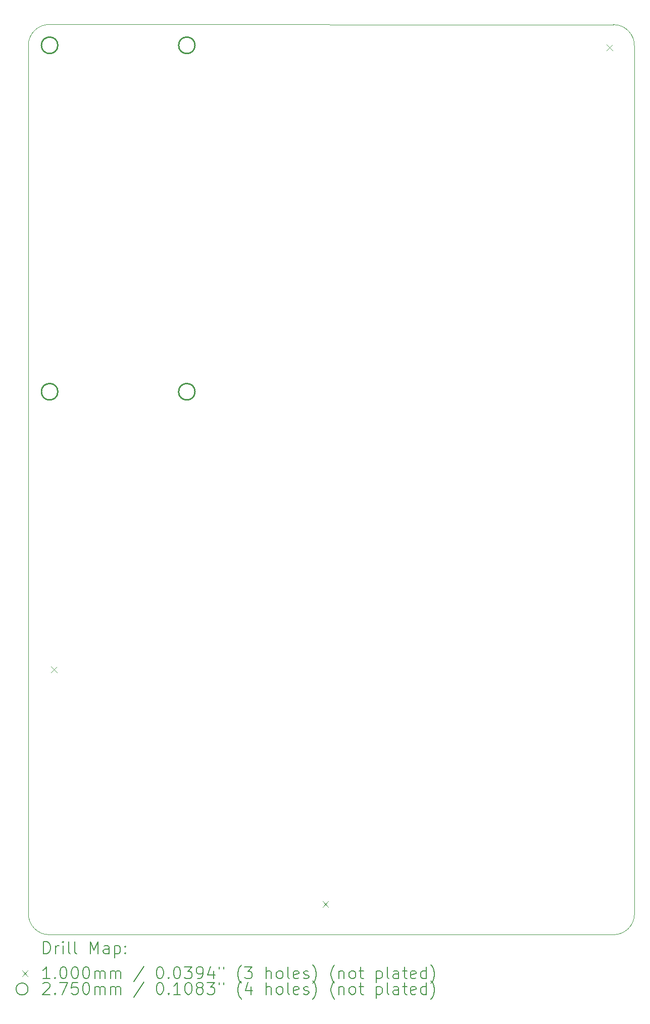
<source format=gbr>
%TF.GenerationSoftware,KiCad,Pcbnew,7.0.7*%
%TF.CreationDate,2023-09-07T11:23:37-07:00*%
%TF.ProjectId,bivariate-bivalve,62697661-7269-4617-9465-2d626976616c,rev?*%
%TF.SameCoordinates,Original*%
%TF.FileFunction,Drillmap*%
%TF.FilePolarity,Positive*%
%FSLAX45Y45*%
G04 Gerber Fmt 4.5, Leading zero omitted, Abs format (unit mm)*
G04 Created by KiCad (PCBNEW 7.0.7) date 2023-09-07 11:23:37*
%MOMM*%
%LPD*%
G01*
G04 APERTURE LIST*
%ADD10C,0.100000*%
%ADD11C,0.200000*%
%ADD12C,0.275000*%
G04 APERTURE END LIST*
D10*
X5000000Y-3597000D02*
X5001320Y-18120014D01*
X14810000Y-3248000D02*
X5365986Y-3246320D01*
X15160680Y-3613986D02*
X15162000Y-18135000D01*
X5352000Y-18486000D02*
X14796014Y-18485680D01*
X5001320Y-18120014D02*
G75*
G03*
X5352000Y-18486000I350680J-14986D01*
G01*
X14796014Y-18485680D02*
G75*
G03*
X15162000Y-18135000I14986J350680D01*
G01*
X15160680Y-3613986D02*
G75*
G03*
X14810000Y-3248000I-350680J14986D01*
G01*
X5365986Y-3246320D02*
G75*
G03*
X5000000Y-3597000I-14986J-350680D01*
G01*
D11*
D10*
X5379000Y-13997000D02*
X5479000Y-14097000D01*
X5479000Y-13997000D02*
X5379000Y-14097000D01*
X9932000Y-17927000D02*
X10032000Y-18027000D01*
X10032000Y-17927000D02*
X9932000Y-18027000D01*
X14696000Y-3584000D02*
X14796000Y-3684000D01*
X14796000Y-3584000D02*
X14696000Y-3684000D01*
D12*
X5494500Y-3594500D02*
G75*
G03*
X5494500Y-3594500I-137500J0D01*
G01*
X5494500Y-9394500D02*
G75*
G03*
X5494500Y-9394500I-137500J0D01*
G01*
X7794500Y-3594500D02*
G75*
G03*
X7794500Y-3594500I-137500J0D01*
G01*
X7794500Y-9394500D02*
G75*
G03*
X7794500Y-9394500I-137500J0D01*
G01*
D11*
X5255777Y-18802484D02*
X5255777Y-18602484D01*
X5255777Y-18602484D02*
X5303396Y-18602484D01*
X5303396Y-18602484D02*
X5331967Y-18612008D01*
X5331967Y-18612008D02*
X5351015Y-18631055D01*
X5351015Y-18631055D02*
X5360539Y-18650103D01*
X5360539Y-18650103D02*
X5370063Y-18688198D01*
X5370063Y-18688198D02*
X5370063Y-18716770D01*
X5370063Y-18716770D02*
X5360539Y-18754865D01*
X5360539Y-18754865D02*
X5351015Y-18773912D01*
X5351015Y-18773912D02*
X5331967Y-18792960D01*
X5331967Y-18792960D02*
X5303396Y-18802484D01*
X5303396Y-18802484D02*
X5255777Y-18802484D01*
X5455777Y-18802484D02*
X5455777Y-18669150D01*
X5455777Y-18707246D02*
X5465301Y-18688198D01*
X5465301Y-18688198D02*
X5474824Y-18678674D01*
X5474824Y-18678674D02*
X5493872Y-18669150D01*
X5493872Y-18669150D02*
X5512920Y-18669150D01*
X5579586Y-18802484D02*
X5579586Y-18669150D01*
X5579586Y-18602484D02*
X5570063Y-18612008D01*
X5570063Y-18612008D02*
X5579586Y-18621531D01*
X5579586Y-18621531D02*
X5589110Y-18612008D01*
X5589110Y-18612008D02*
X5579586Y-18602484D01*
X5579586Y-18602484D02*
X5579586Y-18621531D01*
X5703396Y-18802484D02*
X5684348Y-18792960D01*
X5684348Y-18792960D02*
X5674824Y-18773912D01*
X5674824Y-18773912D02*
X5674824Y-18602484D01*
X5808158Y-18802484D02*
X5789110Y-18792960D01*
X5789110Y-18792960D02*
X5779586Y-18773912D01*
X5779586Y-18773912D02*
X5779586Y-18602484D01*
X6036729Y-18802484D02*
X6036729Y-18602484D01*
X6036729Y-18602484D02*
X6103396Y-18745341D01*
X6103396Y-18745341D02*
X6170062Y-18602484D01*
X6170062Y-18602484D02*
X6170062Y-18802484D01*
X6351015Y-18802484D02*
X6351015Y-18697722D01*
X6351015Y-18697722D02*
X6341491Y-18678674D01*
X6341491Y-18678674D02*
X6322443Y-18669150D01*
X6322443Y-18669150D02*
X6284348Y-18669150D01*
X6284348Y-18669150D02*
X6265301Y-18678674D01*
X6351015Y-18792960D02*
X6331967Y-18802484D01*
X6331967Y-18802484D02*
X6284348Y-18802484D01*
X6284348Y-18802484D02*
X6265301Y-18792960D01*
X6265301Y-18792960D02*
X6255777Y-18773912D01*
X6255777Y-18773912D02*
X6255777Y-18754865D01*
X6255777Y-18754865D02*
X6265301Y-18735817D01*
X6265301Y-18735817D02*
X6284348Y-18726293D01*
X6284348Y-18726293D02*
X6331967Y-18726293D01*
X6331967Y-18726293D02*
X6351015Y-18716770D01*
X6446253Y-18669150D02*
X6446253Y-18869150D01*
X6446253Y-18678674D02*
X6465301Y-18669150D01*
X6465301Y-18669150D02*
X6503396Y-18669150D01*
X6503396Y-18669150D02*
X6522443Y-18678674D01*
X6522443Y-18678674D02*
X6531967Y-18688198D01*
X6531967Y-18688198D02*
X6541491Y-18707246D01*
X6541491Y-18707246D02*
X6541491Y-18764389D01*
X6541491Y-18764389D02*
X6531967Y-18783436D01*
X6531967Y-18783436D02*
X6522443Y-18792960D01*
X6522443Y-18792960D02*
X6503396Y-18802484D01*
X6503396Y-18802484D02*
X6465301Y-18802484D01*
X6465301Y-18802484D02*
X6446253Y-18792960D01*
X6627205Y-18783436D02*
X6636729Y-18792960D01*
X6636729Y-18792960D02*
X6627205Y-18802484D01*
X6627205Y-18802484D02*
X6617682Y-18792960D01*
X6617682Y-18792960D02*
X6627205Y-18783436D01*
X6627205Y-18783436D02*
X6627205Y-18802484D01*
X6627205Y-18678674D02*
X6636729Y-18688198D01*
X6636729Y-18688198D02*
X6627205Y-18697722D01*
X6627205Y-18697722D02*
X6617682Y-18688198D01*
X6617682Y-18688198D02*
X6627205Y-18678674D01*
X6627205Y-18678674D02*
X6627205Y-18697722D01*
D10*
X4895000Y-19081000D02*
X4995000Y-19181000D01*
X4995000Y-19081000D02*
X4895000Y-19181000D01*
D11*
X5360539Y-19222484D02*
X5246253Y-19222484D01*
X5303396Y-19222484D02*
X5303396Y-19022484D01*
X5303396Y-19022484D02*
X5284348Y-19051055D01*
X5284348Y-19051055D02*
X5265301Y-19070103D01*
X5265301Y-19070103D02*
X5246253Y-19079627D01*
X5446253Y-19203436D02*
X5455777Y-19212960D01*
X5455777Y-19212960D02*
X5446253Y-19222484D01*
X5446253Y-19222484D02*
X5436729Y-19212960D01*
X5436729Y-19212960D02*
X5446253Y-19203436D01*
X5446253Y-19203436D02*
X5446253Y-19222484D01*
X5579586Y-19022484D02*
X5598634Y-19022484D01*
X5598634Y-19022484D02*
X5617682Y-19032008D01*
X5617682Y-19032008D02*
X5627205Y-19041531D01*
X5627205Y-19041531D02*
X5636729Y-19060579D01*
X5636729Y-19060579D02*
X5646253Y-19098674D01*
X5646253Y-19098674D02*
X5646253Y-19146293D01*
X5646253Y-19146293D02*
X5636729Y-19184389D01*
X5636729Y-19184389D02*
X5627205Y-19203436D01*
X5627205Y-19203436D02*
X5617682Y-19212960D01*
X5617682Y-19212960D02*
X5598634Y-19222484D01*
X5598634Y-19222484D02*
X5579586Y-19222484D01*
X5579586Y-19222484D02*
X5560539Y-19212960D01*
X5560539Y-19212960D02*
X5551015Y-19203436D01*
X5551015Y-19203436D02*
X5541491Y-19184389D01*
X5541491Y-19184389D02*
X5531967Y-19146293D01*
X5531967Y-19146293D02*
X5531967Y-19098674D01*
X5531967Y-19098674D02*
X5541491Y-19060579D01*
X5541491Y-19060579D02*
X5551015Y-19041531D01*
X5551015Y-19041531D02*
X5560539Y-19032008D01*
X5560539Y-19032008D02*
X5579586Y-19022484D01*
X5770062Y-19022484D02*
X5789110Y-19022484D01*
X5789110Y-19022484D02*
X5808158Y-19032008D01*
X5808158Y-19032008D02*
X5817682Y-19041531D01*
X5817682Y-19041531D02*
X5827205Y-19060579D01*
X5827205Y-19060579D02*
X5836729Y-19098674D01*
X5836729Y-19098674D02*
X5836729Y-19146293D01*
X5836729Y-19146293D02*
X5827205Y-19184389D01*
X5827205Y-19184389D02*
X5817682Y-19203436D01*
X5817682Y-19203436D02*
X5808158Y-19212960D01*
X5808158Y-19212960D02*
X5789110Y-19222484D01*
X5789110Y-19222484D02*
X5770062Y-19222484D01*
X5770062Y-19222484D02*
X5751015Y-19212960D01*
X5751015Y-19212960D02*
X5741491Y-19203436D01*
X5741491Y-19203436D02*
X5731967Y-19184389D01*
X5731967Y-19184389D02*
X5722443Y-19146293D01*
X5722443Y-19146293D02*
X5722443Y-19098674D01*
X5722443Y-19098674D02*
X5731967Y-19060579D01*
X5731967Y-19060579D02*
X5741491Y-19041531D01*
X5741491Y-19041531D02*
X5751015Y-19032008D01*
X5751015Y-19032008D02*
X5770062Y-19022484D01*
X5960539Y-19022484D02*
X5979586Y-19022484D01*
X5979586Y-19022484D02*
X5998634Y-19032008D01*
X5998634Y-19032008D02*
X6008158Y-19041531D01*
X6008158Y-19041531D02*
X6017682Y-19060579D01*
X6017682Y-19060579D02*
X6027205Y-19098674D01*
X6027205Y-19098674D02*
X6027205Y-19146293D01*
X6027205Y-19146293D02*
X6017682Y-19184389D01*
X6017682Y-19184389D02*
X6008158Y-19203436D01*
X6008158Y-19203436D02*
X5998634Y-19212960D01*
X5998634Y-19212960D02*
X5979586Y-19222484D01*
X5979586Y-19222484D02*
X5960539Y-19222484D01*
X5960539Y-19222484D02*
X5941491Y-19212960D01*
X5941491Y-19212960D02*
X5931967Y-19203436D01*
X5931967Y-19203436D02*
X5922443Y-19184389D01*
X5922443Y-19184389D02*
X5912920Y-19146293D01*
X5912920Y-19146293D02*
X5912920Y-19098674D01*
X5912920Y-19098674D02*
X5922443Y-19060579D01*
X5922443Y-19060579D02*
X5931967Y-19041531D01*
X5931967Y-19041531D02*
X5941491Y-19032008D01*
X5941491Y-19032008D02*
X5960539Y-19022484D01*
X6112920Y-19222484D02*
X6112920Y-19089150D01*
X6112920Y-19108198D02*
X6122443Y-19098674D01*
X6122443Y-19098674D02*
X6141491Y-19089150D01*
X6141491Y-19089150D02*
X6170063Y-19089150D01*
X6170063Y-19089150D02*
X6189110Y-19098674D01*
X6189110Y-19098674D02*
X6198634Y-19117722D01*
X6198634Y-19117722D02*
X6198634Y-19222484D01*
X6198634Y-19117722D02*
X6208158Y-19098674D01*
X6208158Y-19098674D02*
X6227205Y-19089150D01*
X6227205Y-19089150D02*
X6255777Y-19089150D01*
X6255777Y-19089150D02*
X6274824Y-19098674D01*
X6274824Y-19098674D02*
X6284348Y-19117722D01*
X6284348Y-19117722D02*
X6284348Y-19222484D01*
X6379586Y-19222484D02*
X6379586Y-19089150D01*
X6379586Y-19108198D02*
X6389110Y-19098674D01*
X6389110Y-19098674D02*
X6408158Y-19089150D01*
X6408158Y-19089150D02*
X6436729Y-19089150D01*
X6436729Y-19089150D02*
X6455777Y-19098674D01*
X6455777Y-19098674D02*
X6465301Y-19117722D01*
X6465301Y-19117722D02*
X6465301Y-19222484D01*
X6465301Y-19117722D02*
X6474824Y-19098674D01*
X6474824Y-19098674D02*
X6493872Y-19089150D01*
X6493872Y-19089150D02*
X6522443Y-19089150D01*
X6522443Y-19089150D02*
X6541491Y-19098674D01*
X6541491Y-19098674D02*
X6551015Y-19117722D01*
X6551015Y-19117722D02*
X6551015Y-19222484D01*
X6941491Y-19012960D02*
X6770063Y-19270103D01*
X7198634Y-19022484D02*
X7217682Y-19022484D01*
X7217682Y-19022484D02*
X7236729Y-19032008D01*
X7236729Y-19032008D02*
X7246253Y-19041531D01*
X7246253Y-19041531D02*
X7255777Y-19060579D01*
X7255777Y-19060579D02*
X7265301Y-19098674D01*
X7265301Y-19098674D02*
X7265301Y-19146293D01*
X7265301Y-19146293D02*
X7255777Y-19184389D01*
X7255777Y-19184389D02*
X7246253Y-19203436D01*
X7246253Y-19203436D02*
X7236729Y-19212960D01*
X7236729Y-19212960D02*
X7217682Y-19222484D01*
X7217682Y-19222484D02*
X7198634Y-19222484D01*
X7198634Y-19222484D02*
X7179586Y-19212960D01*
X7179586Y-19212960D02*
X7170063Y-19203436D01*
X7170063Y-19203436D02*
X7160539Y-19184389D01*
X7160539Y-19184389D02*
X7151015Y-19146293D01*
X7151015Y-19146293D02*
X7151015Y-19098674D01*
X7151015Y-19098674D02*
X7160539Y-19060579D01*
X7160539Y-19060579D02*
X7170063Y-19041531D01*
X7170063Y-19041531D02*
X7179586Y-19032008D01*
X7179586Y-19032008D02*
X7198634Y-19022484D01*
X7351015Y-19203436D02*
X7360539Y-19212960D01*
X7360539Y-19212960D02*
X7351015Y-19222484D01*
X7351015Y-19222484D02*
X7341491Y-19212960D01*
X7341491Y-19212960D02*
X7351015Y-19203436D01*
X7351015Y-19203436D02*
X7351015Y-19222484D01*
X7484348Y-19022484D02*
X7503396Y-19022484D01*
X7503396Y-19022484D02*
X7522444Y-19032008D01*
X7522444Y-19032008D02*
X7531967Y-19041531D01*
X7531967Y-19041531D02*
X7541491Y-19060579D01*
X7541491Y-19060579D02*
X7551015Y-19098674D01*
X7551015Y-19098674D02*
X7551015Y-19146293D01*
X7551015Y-19146293D02*
X7541491Y-19184389D01*
X7541491Y-19184389D02*
X7531967Y-19203436D01*
X7531967Y-19203436D02*
X7522444Y-19212960D01*
X7522444Y-19212960D02*
X7503396Y-19222484D01*
X7503396Y-19222484D02*
X7484348Y-19222484D01*
X7484348Y-19222484D02*
X7465301Y-19212960D01*
X7465301Y-19212960D02*
X7455777Y-19203436D01*
X7455777Y-19203436D02*
X7446253Y-19184389D01*
X7446253Y-19184389D02*
X7436729Y-19146293D01*
X7436729Y-19146293D02*
X7436729Y-19098674D01*
X7436729Y-19098674D02*
X7446253Y-19060579D01*
X7446253Y-19060579D02*
X7455777Y-19041531D01*
X7455777Y-19041531D02*
X7465301Y-19032008D01*
X7465301Y-19032008D02*
X7484348Y-19022484D01*
X7617682Y-19022484D02*
X7741491Y-19022484D01*
X7741491Y-19022484D02*
X7674825Y-19098674D01*
X7674825Y-19098674D02*
X7703396Y-19098674D01*
X7703396Y-19098674D02*
X7722444Y-19108198D01*
X7722444Y-19108198D02*
X7731967Y-19117722D01*
X7731967Y-19117722D02*
X7741491Y-19136770D01*
X7741491Y-19136770D02*
X7741491Y-19184389D01*
X7741491Y-19184389D02*
X7731967Y-19203436D01*
X7731967Y-19203436D02*
X7722444Y-19212960D01*
X7722444Y-19212960D02*
X7703396Y-19222484D01*
X7703396Y-19222484D02*
X7646253Y-19222484D01*
X7646253Y-19222484D02*
X7627206Y-19212960D01*
X7627206Y-19212960D02*
X7617682Y-19203436D01*
X7836729Y-19222484D02*
X7874825Y-19222484D01*
X7874825Y-19222484D02*
X7893872Y-19212960D01*
X7893872Y-19212960D02*
X7903396Y-19203436D01*
X7903396Y-19203436D02*
X7922444Y-19174865D01*
X7922444Y-19174865D02*
X7931967Y-19136770D01*
X7931967Y-19136770D02*
X7931967Y-19060579D01*
X7931967Y-19060579D02*
X7922444Y-19041531D01*
X7922444Y-19041531D02*
X7912920Y-19032008D01*
X7912920Y-19032008D02*
X7893872Y-19022484D01*
X7893872Y-19022484D02*
X7855777Y-19022484D01*
X7855777Y-19022484D02*
X7836729Y-19032008D01*
X7836729Y-19032008D02*
X7827206Y-19041531D01*
X7827206Y-19041531D02*
X7817682Y-19060579D01*
X7817682Y-19060579D02*
X7817682Y-19108198D01*
X7817682Y-19108198D02*
X7827206Y-19127246D01*
X7827206Y-19127246D02*
X7836729Y-19136770D01*
X7836729Y-19136770D02*
X7855777Y-19146293D01*
X7855777Y-19146293D02*
X7893872Y-19146293D01*
X7893872Y-19146293D02*
X7912920Y-19136770D01*
X7912920Y-19136770D02*
X7922444Y-19127246D01*
X7922444Y-19127246D02*
X7931967Y-19108198D01*
X8103396Y-19089150D02*
X8103396Y-19222484D01*
X8055777Y-19012960D02*
X8008158Y-19155817D01*
X8008158Y-19155817D02*
X8131967Y-19155817D01*
X8198634Y-19022484D02*
X8198634Y-19060579D01*
X8274825Y-19022484D02*
X8274825Y-19060579D01*
X8570063Y-19298674D02*
X8560539Y-19289150D01*
X8560539Y-19289150D02*
X8541491Y-19260579D01*
X8541491Y-19260579D02*
X8531968Y-19241531D01*
X8531968Y-19241531D02*
X8522444Y-19212960D01*
X8522444Y-19212960D02*
X8512920Y-19165341D01*
X8512920Y-19165341D02*
X8512920Y-19127246D01*
X8512920Y-19127246D02*
X8522444Y-19079627D01*
X8522444Y-19079627D02*
X8531968Y-19051055D01*
X8531968Y-19051055D02*
X8541491Y-19032008D01*
X8541491Y-19032008D02*
X8560539Y-19003436D01*
X8560539Y-19003436D02*
X8570063Y-18993912D01*
X8627206Y-19022484D02*
X8751015Y-19022484D01*
X8751015Y-19022484D02*
X8684349Y-19098674D01*
X8684349Y-19098674D02*
X8712920Y-19098674D01*
X8712920Y-19098674D02*
X8731968Y-19108198D01*
X8731968Y-19108198D02*
X8741491Y-19117722D01*
X8741491Y-19117722D02*
X8751015Y-19136770D01*
X8751015Y-19136770D02*
X8751015Y-19184389D01*
X8751015Y-19184389D02*
X8741491Y-19203436D01*
X8741491Y-19203436D02*
X8731968Y-19212960D01*
X8731968Y-19212960D02*
X8712920Y-19222484D01*
X8712920Y-19222484D02*
X8655777Y-19222484D01*
X8655777Y-19222484D02*
X8636730Y-19212960D01*
X8636730Y-19212960D02*
X8627206Y-19203436D01*
X8989111Y-19222484D02*
X8989111Y-19022484D01*
X9074825Y-19222484D02*
X9074825Y-19117722D01*
X9074825Y-19117722D02*
X9065301Y-19098674D01*
X9065301Y-19098674D02*
X9046253Y-19089150D01*
X9046253Y-19089150D02*
X9017682Y-19089150D01*
X9017682Y-19089150D02*
X8998634Y-19098674D01*
X8998634Y-19098674D02*
X8989111Y-19108198D01*
X9198634Y-19222484D02*
X9179587Y-19212960D01*
X9179587Y-19212960D02*
X9170063Y-19203436D01*
X9170063Y-19203436D02*
X9160539Y-19184389D01*
X9160539Y-19184389D02*
X9160539Y-19127246D01*
X9160539Y-19127246D02*
X9170063Y-19108198D01*
X9170063Y-19108198D02*
X9179587Y-19098674D01*
X9179587Y-19098674D02*
X9198634Y-19089150D01*
X9198634Y-19089150D02*
X9227206Y-19089150D01*
X9227206Y-19089150D02*
X9246253Y-19098674D01*
X9246253Y-19098674D02*
X9255777Y-19108198D01*
X9255777Y-19108198D02*
X9265301Y-19127246D01*
X9265301Y-19127246D02*
X9265301Y-19184389D01*
X9265301Y-19184389D02*
X9255777Y-19203436D01*
X9255777Y-19203436D02*
X9246253Y-19212960D01*
X9246253Y-19212960D02*
X9227206Y-19222484D01*
X9227206Y-19222484D02*
X9198634Y-19222484D01*
X9379587Y-19222484D02*
X9360539Y-19212960D01*
X9360539Y-19212960D02*
X9351015Y-19193912D01*
X9351015Y-19193912D02*
X9351015Y-19022484D01*
X9531968Y-19212960D02*
X9512920Y-19222484D01*
X9512920Y-19222484D02*
X9474825Y-19222484D01*
X9474825Y-19222484D02*
X9455777Y-19212960D01*
X9455777Y-19212960D02*
X9446253Y-19193912D01*
X9446253Y-19193912D02*
X9446253Y-19117722D01*
X9446253Y-19117722D02*
X9455777Y-19098674D01*
X9455777Y-19098674D02*
X9474825Y-19089150D01*
X9474825Y-19089150D02*
X9512920Y-19089150D01*
X9512920Y-19089150D02*
X9531968Y-19098674D01*
X9531968Y-19098674D02*
X9541492Y-19117722D01*
X9541492Y-19117722D02*
X9541492Y-19136770D01*
X9541492Y-19136770D02*
X9446253Y-19155817D01*
X9617682Y-19212960D02*
X9636730Y-19222484D01*
X9636730Y-19222484D02*
X9674825Y-19222484D01*
X9674825Y-19222484D02*
X9693873Y-19212960D01*
X9693873Y-19212960D02*
X9703396Y-19193912D01*
X9703396Y-19193912D02*
X9703396Y-19184389D01*
X9703396Y-19184389D02*
X9693873Y-19165341D01*
X9693873Y-19165341D02*
X9674825Y-19155817D01*
X9674825Y-19155817D02*
X9646253Y-19155817D01*
X9646253Y-19155817D02*
X9627206Y-19146293D01*
X9627206Y-19146293D02*
X9617682Y-19127246D01*
X9617682Y-19127246D02*
X9617682Y-19117722D01*
X9617682Y-19117722D02*
X9627206Y-19098674D01*
X9627206Y-19098674D02*
X9646253Y-19089150D01*
X9646253Y-19089150D02*
X9674825Y-19089150D01*
X9674825Y-19089150D02*
X9693873Y-19098674D01*
X9770063Y-19298674D02*
X9779587Y-19289150D01*
X9779587Y-19289150D02*
X9798634Y-19260579D01*
X9798634Y-19260579D02*
X9808158Y-19241531D01*
X9808158Y-19241531D02*
X9817682Y-19212960D01*
X9817682Y-19212960D02*
X9827206Y-19165341D01*
X9827206Y-19165341D02*
X9827206Y-19127246D01*
X9827206Y-19127246D02*
X9817682Y-19079627D01*
X9817682Y-19079627D02*
X9808158Y-19051055D01*
X9808158Y-19051055D02*
X9798634Y-19032008D01*
X9798634Y-19032008D02*
X9779587Y-19003436D01*
X9779587Y-19003436D02*
X9770063Y-18993912D01*
X10131968Y-19298674D02*
X10122444Y-19289150D01*
X10122444Y-19289150D02*
X10103396Y-19260579D01*
X10103396Y-19260579D02*
X10093873Y-19241531D01*
X10093873Y-19241531D02*
X10084349Y-19212960D01*
X10084349Y-19212960D02*
X10074825Y-19165341D01*
X10074825Y-19165341D02*
X10074825Y-19127246D01*
X10074825Y-19127246D02*
X10084349Y-19079627D01*
X10084349Y-19079627D02*
X10093873Y-19051055D01*
X10093873Y-19051055D02*
X10103396Y-19032008D01*
X10103396Y-19032008D02*
X10122444Y-19003436D01*
X10122444Y-19003436D02*
X10131968Y-18993912D01*
X10208158Y-19089150D02*
X10208158Y-19222484D01*
X10208158Y-19108198D02*
X10217682Y-19098674D01*
X10217682Y-19098674D02*
X10236730Y-19089150D01*
X10236730Y-19089150D02*
X10265301Y-19089150D01*
X10265301Y-19089150D02*
X10284349Y-19098674D01*
X10284349Y-19098674D02*
X10293873Y-19117722D01*
X10293873Y-19117722D02*
X10293873Y-19222484D01*
X10417682Y-19222484D02*
X10398634Y-19212960D01*
X10398634Y-19212960D02*
X10389111Y-19203436D01*
X10389111Y-19203436D02*
X10379587Y-19184389D01*
X10379587Y-19184389D02*
X10379587Y-19127246D01*
X10379587Y-19127246D02*
X10389111Y-19108198D01*
X10389111Y-19108198D02*
X10398634Y-19098674D01*
X10398634Y-19098674D02*
X10417682Y-19089150D01*
X10417682Y-19089150D02*
X10446254Y-19089150D01*
X10446254Y-19089150D02*
X10465301Y-19098674D01*
X10465301Y-19098674D02*
X10474825Y-19108198D01*
X10474825Y-19108198D02*
X10484349Y-19127246D01*
X10484349Y-19127246D02*
X10484349Y-19184389D01*
X10484349Y-19184389D02*
X10474825Y-19203436D01*
X10474825Y-19203436D02*
X10465301Y-19212960D01*
X10465301Y-19212960D02*
X10446254Y-19222484D01*
X10446254Y-19222484D02*
X10417682Y-19222484D01*
X10541492Y-19089150D02*
X10617682Y-19089150D01*
X10570063Y-19022484D02*
X10570063Y-19193912D01*
X10570063Y-19193912D02*
X10579587Y-19212960D01*
X10579587Y-19212960D02*
X10598634Y-19222484D01*
X10598634Y-19222484D02*
X10617682Y-19222484D01*
X10836730Y-19089150D02*
X10836730Y-19289150D01*
X10836730Y-19098674D02*
X10855777Y-19089150D01*
X10855777Y-19089150D02*
X10893873Y-19089150D01*
X10893873Y-19089150D02*
X10912920Y-19098674D01*
X10912920Y-19098674D02*
X10922444Y-19108198D01*
X10922444Y-19108198D02*
X10931968Y-19127246D01*
X10931968Y-19127246D02*
X10931968Y-19184389D01*
X10931968Y-19184389D02*
X10922444Y-19203436D01*
X10922444Y-19203436D02*
X10912920Y-19212960D01*
X10912920Y-19212960D02*
X10893873Y-19222484D01*
X10893873Y-19222484D02*
X10855777Y-19222484D01*
X10855777Y-19222484D02*
X10836730Y-19212960D01*
X11046254Y-19222484D02*
X11027206Y-19212960D01*
X11027206Y-19212960D02*
X11017682Y-19193912D01*
X11017682Y-19193912D02*
X11017682Y-19022484D01*
X11208158Y-19222484D02*
X11208158Y-19117722D01*
X11208158Y-19117722D02*
X11198634Y-19098674D01*
X11198634Y-19098674D02*
X11179587Y-19089150D01*
X11179587Y-19089150D02*
X11141492Y-19089150D01*
X11141492Y-19089150D02*
X11122444Y-19098674D01*
X11208158Y-19212960D02*
X11189111Y-19222484D01*
X11189111Y-19222484D02*
X11141492Y-19222484D01*
X11141492Y-19222484D02*
X11122444Y-19212960D01*
X11122444Y-19212960D02*
X11112920Y-19193912D01*
X11112920Y-19193912D02*
X11112920Y-19174865D01*
X11112920Y-19174865D02*
X11122444Y-19155817D01*
X11122444Y-19155817D02*
X11141492Y-19146293D01*
X11141492Y-19146293D02*
X11189111Y-19146293D01*
X11189111Y-19146293D02*
X11208158Y-19136770D01*
X11274825Y-19089150D02*
X11351015Y-19089150D01*
X11303396Y-19022484D02*
X11303396Y-19193912D01*
X11303396Y-19193912D02*
X11312920Y-19212960D01*
X11312920Y-19212960D02*
X11331968Y-19222484D01*
X11331968Y-19222484D02*
X11351015Y-19222484D01*
X11493873Y-19212960D02*
X11474825Y-19222484D01*
X11474825Y-19222484D02*
X11436730Y-19222484D01*
X11436730Y-19222484D02*
X11417682Y-19212960D01*
X11417682Y-19212960D02*
X11408158Y-19193912D01*
X11408158Y-19193912D02*
X11408158Y-19117722D01*
X11408158Y-19117722D02*
X11417682Y-19098674D01*
X11417682Y-19098674D02*
X11436730Y-19089150D01*
X11436730Y-19089150D02*
X11474825Y-19089150D01*
X11474825Y-19089150D02*
X11493873Y-19098674D01*
X11493873Y-19098674D02*
X11503396Y-19117722D01*
X11503396Y-19117722D02*
X11503396Y-19136770D01*
X11503396Y-19136770D02*
X11408158Y-19155817D01*
X11674825Y-19222484D02*
X11674825Y-19022484D01*
X11674825Y-19212960D02*
X11655777Y-19222484D01*
X11655777Y-19222484D02*
X11617682Y-19222484D01*
X11617682Y-19222484D02*
X11598634Y-19212960D01*
X11598634Y-19212960D02*
X11589111Y-19203436D01*
X11589111Y-19203436D02*
X11579587Y-19184389D01*
X11579587Y-19184389D02*
X11579587Y-19127246D01*
X11579587Y-19127246D02*
X11589111Y-19108198D01*
X11589111Y-19108198D02*
X11598634Y-19098674D01*
X11598634Y-19098674D02*
X11617682Y-19089150D01*
X11617682Y-19089150D02*
X11655777Y-19089150D01*
X11655777Y-19089150D02*
X11674825Y-19098674D01*
X11751015Y-19298674D02*
X11760539Y-19289150D01*
X11760539Y-19289150D02*
X11779587Y-19260579D01*
X11779587Y-19260579D02*
X11789111Y-19241531D01*
X11789111Y-19241531D02*
X11798634Y-19212960D01*
X11798634Y-19212960D02*
X11808158Y-19165341D01*
X11808158Y-19165341D02*
X11808158Y-19127246D01*
X11808158Y-19127246D02*
X11798634Y-19079627D01*
X11798634Y-19079627D02*
X11789111Y-19051055D01*
X11789111Y-19051055D02*
X11779587Y-19032008D01*
X11779587Y-19032008D02*
X11760539Y-19003436D01*
X11760539Y-19003436D02*
X11751015Y-18993912D01*
X4995000Y-19395000D02*
G75*
G03*
X4995000Y-19395000I-100000J0D01*
G01*
X5246253Y-19305531D02*
X5255777Y-19296008D01*
X5255777Y-19296008D02*
X5274824Y-19286484D01*
X5274824Y-19286484D02*
X5322444Y-19286484D01*
X5322444Y-19286484D02*
X5341491Y-19296008D01*
X5341491Y-19296008D02*
X5351015Y-19305531D01*
X5351015Y-19305531D02*
X5360539Y-19324579D01*
X5360539Y-19324579D02*
X5360539Y-19343627D01*
X5360539Y-19343627D02*
X5351015Y-19372198D01*
X5351015Y-19372198D02*
X5236729Y-19486484D01*
X5236729Y-19486484D02*
X5360539Y-19486484D01*
X5446253Y-19467436D02*
X5455777Y-19476960D01*
X5455777Y-19476960D02*
X5446253Y-19486484D01*
X5446253Y-19486484D02*
X5436729Y-19476960D01*
X5436729Y-19476960D02*
X5446253Y-19467436D01*
X5446253Y-19467436D02*
X5446253Y-19486484D01*
X5522444Y-19286484D02*
X5655777Y-19286484D01*
X5655777Y-19286484D02*
X5570063Y-19486484D01*
X5827205Y-19286484D02*
X5731967Y-19286484D01*
X5731967Y-19286484D02*
X5722443Y-19381722D01*
X5722443Y-19381722D02*
X5731967Y-19372198D01*
X5731967Y-19372198D02*
X5751015Y-19362674D01*
X5751015Y-19362674D02*
X5798634Y-19362674D01*
X5798634Y-19362674D02*
X5817682Y-19372198D01*
X5817682Y-19372198D02*
X5827205Y-19381722D01*
X5827205Y-19381722D02*
X5836729Y-19400770D01*
X5836729Y-19400770D02*
X5836729Y-19448389D01*
X5836729Y-19448389D02*
X5827205Y-19467436D01*
X5827205Y-19467436D02*
X5817682Y-19476960D01*
X5817682Y-19476960D02*
X5798634Y-19486484D01*
X5798634Y-19486484D02*
X5751015Y-19486484D01*
X5751015Y-19486484D02*
X5731967Y-19476960D01*
X5731967Y-19476960D02*
X5722443Y-19467436D01*
X5960539Y-19286484D02*
X5979586Y-19286484D01*
X5979586Y-19286484D02*
X5998634Y-19296008D01*
X5998634Y-19296008D02*
X6008158Y-19305531D01*
X6008158Y-19305531D02*
X6017682Y-19324579D01*
X6017682Y-19324579D02*
X6027205Y-19362674D01*
X6027205Y-19362674D02*
X6027205Y-19410293D01*
X6027205Y-19410293D02*
X6017682Y-19448389D01*
X6017682Y-19448389D02*
X6008158Y-19467436D01*
X6008158Y-19467436D02*
X5998634Y-19476960D01*
X5998634Y-19476960D02*
X5979586Y-19486484D01*
X5979586Y-19486484D02*
X5960539Y-19486484D01*
X5960539Y-19486484D02*
X5941491Y-19476960D01*
X5941491Y-19476960D02*
X5931967Y-19467436D01*
X5931967Y-19467436D02*
X5922443Y-19448389D01*
X5922443Y-19448389D02*
X5912920Y-19410293D01*
X5912920Y-19410293D02*
X5912920Y-19362674D01*
X5912920Y-19362674D02*
X5922443Y-19324579D01*
X5922443Y-19324579D02*
X5931967Y-19305531D01*
X5931967Y-19305531D02*
X5941491Y-19296008D01*
X5941491Y-19296008D02*
X5960539Y-19286484D01*
X6112920Y-19486484D02*
X6112920Y-19353150D01*
X6112920Y-19372198D02*
X6122443Y-19362674D01*
X6122443Y-19362674D02*
X6141491Y-19353150D01*
X6141491Y-19353150D02*
X6170063Y-19353150D01*
X6170063Y-19353150D02*
X6189110Y-19362674D01*
X6189110Y-19362674D02*
X6198634Y-19381722D01*
X6198634Y-19381722D02*
X6198634Y-19486484D01*
X6198634Y-19381722D02*
X6208158Y-19362674D01*
X6208158Y-19362674D02*
X6227205Y-19353150D01*
X6227205Y-19353150D02*
X6255777Y-19353150D01*
X6255777Y-19353150D02*
X6274824Y-19362674D01*
X6274824Y-19362674D02*
X6284348Y-19381722D01*
X6284348Y-19381722D02*
X6284348Y-19486484D01*
X6379586Y-19486484D02*
X6379586Y-19353150D01*
X6379586Y-19372198D02*
X6389110Y-19362674D01*
X6389110Y-19362674D02*
X6408158Y-19353150D01*
X6408158Y-19353150D02*
X6436729Y-19353150D01*
X6436729Y-19353150D02*
X6455777Y-19362674D01*
X6455777Y-19362674D02*
X6465301Y-19381722D01*
X6465301Y-19381722D02*
X6465301Y-19486484D01*
X6465301Y-19381722D02*
X6474824Y-19362674D01*
X6474824Y-19362674D02*
X6493872Y-19353150D01*
X6493872Y-19353150D02*
X6522443Y-19353150D01*
X6522443Y-19353150D02*
X6541491Y-19362674D01*
X6541491Y-19362674D02*
X6551015Y-19381722D01*
X6551015Y-19381722D02*
X6551015Y-19486484D01*
X6941491Y-19276960D02*
X6770063Y-19534103D01*
X7198634Y-19286484D02*
X7217682Y-19286484D01*
X7217682Y-19286484D02*
X7236729Y-19296008D01*
X7236729Y-19296008D02*
X7246253Y-19305531D01*
X7246253Y-19305531D02*
X7255777Y-19324579D01*
X7255777Y-19324579D02*
X7265301Y-19362674D01*
X7265301Y-19362674D02*
X7265301Y-19410293D01*
X7265301Y-19410293D02*
X7255777Y-19448389D01*
X7255777Y-19448389D02*
X7246253Y-19467436D01*
X7246253Y-19467436D02*
X7236729Y-19476960D01*
X7236729Y-19476960D02*
X7217682Y-19486484D01*
X7217682Y-19486484D02*
X7198634Y-19486484D01*
X7198634Y-19486484D02*
X7179586Y-19476960D01*
X7179586Y-19476960D02*
X7170063Y-19467436D01*
X7170063Y-19467436D02*
X7160539Y-19448389D01*
X7160539Y-19448389D02*
X7151015Y-19410293D01*
X7151015Y-19410293D02*
X7151015Y-19362674D01*
X7151015Y-19362674D02*
X7160539Y-19324579D01*
X7160539Y-19324579D02*
X7170063Y-19305531D01*
X7170063Y-19305531D02*
X7179586Y-19296008D01*
X7179586Y-19296008D02*
X7198634Y-19286484D01*
X7351015Y-19467436D02*
X7360539Y-19476960D01*
X7360539Y-19476960D02*
X7351015Y-19486484D01*
X7351015Y-19486484D02*
X7341491Y-19476960D01*
X7341491Y-19476960D02*
X7351015Y-19467436D01*
X7351015Y-19467436D02*
X7351015Y-19486484D01*
X7551015Y-19486484D02*
X7436729Y-19486484D01*
X7493872Y-19486484D02*
X7493872Y-19286484D01*
X7493872Y-19286484D02*
X7474825Y-19315055D01*
X7474825Y-19315055D02*
X7455777Y-19334103D01*
X7455777Y-19334103D02*
X7436729Y-19343627D01*
X7674825Y-19286484D02*
X7693872Y-19286484D01*
X7693872Y-19286484D02*
X7712920Y-19296008D01*
X7712920Y-19296008D02*
X7722444Y-19305531D01*
X7722444Y-19305531D02*
X7731967Y-19324579D01*
X7731967Y-19324579D02*
X7741491Y-19362674D01*
X7741491Y-19362674D02*
X7741491Y-19410293D01*
X7741491Y-19410293D02*
X7731967Y-19448389D01*
X7731967Y-19448389D02*
X7722444Y-19467436D01*
X7722444Y-19467436D02*
X7712920Y-19476960D01*
X7712920Y-19476960D02*
X7693872Y-19486484D01*
X7693872Y-19486484D02*
X7674825Y-19486484D01*
X7674825Y-19486484D02*
X7655777Y-19476960D01*
X7655777Y-19476960D02*
X7646253Y-19467436D01*
X7646253Y-19467436D02*
X7636729Y-19448389D01*
X7636729Y-19448389D02*
X7627206Y-19410293D01*
X7627206Y-19410293D02*
X7627206Y-19362674D01*
X7627206Y-19362674D02*
X7636729Y-19324579D01*
X7636729Y-19324579D02*
X7646253Y-19305531D01*
X7646253Y-19305531D02*
X7655777Y-19296008D01*
X7655777Y-19296008D02*
X7674825Y-19286484D01*
X7855777Y-19372198D02*
X7836729Y-19362674D01*
X7836729Y-19362674D02*
X7827206Y-19353150D01*
X7827206Y-19353150D02*
X7817682Y-19334103D01*
X7817682Y-19334103D02*
X7817682Y-19324579D01*
X7817682Y-19324579D02*
X7827206Y-19305531D01*
X7827206Y-19305531D02*
X7836729Y-19296008D01*
X7836729Y-19296008D02*
X7855777Y-19286484D01*
X7855777Y-19286484D02*
X7893872Y-19286484D01*
X7893872Y-19286484D02*
X7912920Y-19296008D01*
X7912920Y-19296008D02*
X7922444Y-19305531D01*
X7922444Y-19305531D02*
X7931967Y-19324579D01*
X7931967Y-19324579D02*
X7931967Y-19334103D01*
X7931967Y-19334103D02*
X7922444Y-19353150D01*
X7922444Y-19353150D02*
X7912920Y-19362674D01*
X7912920Y-19362674D02*
X7893872Y-19372198D01*
X7893872Y-19372198D02*
X7855777Y-19372198D01*
X7855777Y-19372198D02*
X7836729Y-19381722D01*
X7836729Y-19381722D02*
X7827206Y-19391246D01*
X7827206Y-19391246D02*
X7817682Y-19410293D01*
X7817682Y-19410293D02*
X7817682Y-19448389D01*
X7817682Y-19448389D02*
X7827206Y-19467436D01*
X7827206Y-19467436D02*
X7836729Y-19476960D01*
X7836729Y-19476960D02*
X7855777Y-19486484D01*
X7855777Y-19486484D02*
X7893872Y-19486484D01*
X7893872Y-19486484D02*
X7912920Y-19476960D01*
X7912920Y-19476960D02*
X7922444Y-19467436D01*
X7922444Y-19467436D02*
X7931967Y-19448389D01*
X7931967Y-19448389D02*
X7931967Y-19410293D01*
X7931967Y-19410293D02*
X7922444Y-19391246D01*
X7922444Y-19391246D02*
X7912920Y-19381722D01*
X7912920Y-19381722D02*
X7893872Y-19372198D01*
X7998634Y-19286484D02*
X8122444Y-19286484D01*
X8122444Y-19286484D02*
X8055777Y-19362674D01*
X8055777Y-19362674D02*
X8084348Y-19362674D01*
X8084348Y-19362674D02*
X8103396Y-19372198D01*
X8103396Y-19372198D02*
X8112920Y-19381722D01*
X8112920Y-19381722D02*
X8122444Y-19400770D01*
X8122444Y-19400770D02*
X8122444Y-19448389D01*
X8122444Y-19448389D02*
X8112920Y-19467436D01*
X8112920Y-19467436D02*
X8103396Y-19476960D01*
X8103396Y-19476960D02*
X8084348Y-19486484D01*
X8084348Y-19486484D02*
X8027206Y-19486484D01*
X8027206Y-19486484D02*
X8008158Y-19476960D01*
X8008158Y-19476960D02*
X7998634Y-19467436D01*
X8198634Y-19286484D02*
X8198634Y-19324579D01*
X8274825Y-19286484D02*
X8274825Y-19324579D01*
X8570063Y-19562674D02*
X8560539Y-19553150D01*
X8560539Y-19553150D02*
X8541491Y-19524579D01*
X8541491Y-19524579D02*
X8531968Y-19505531D01*
X8531968Y-19505531D02*
X8522444Y-19476960D01*
X8522444Y-19476960D02*
X8512920Y-19429341D01*
X8512920Y-19429341D02*
X8512920Y-19391246D01*
X8512920Y-19391246D02*
X8522444Y-19343627D01*
X8522444Y-19343627D02*
X8531968Y-19315055D01*
X8531968Y-19315055D02*
X8541491Y-19296008D01*
X8541491Y-19296008D02*
X8560539Y-19267436D01*
X8560539Y-19267436D02*
X8570063Y-19257912D01*
X8731968Y-19353150D02*
X8731968Y-19486484D01*
X8684349Y-19276960D02*
X8636730Y-19419817D01*
X8636730Y-19419817D02*
X8760539Y-19419817D01*
X8989111Y-19486484D02*
X8989111Y-19286484D01*
X9074825Y-19486484D02*
X9074825Y-19381722D01*
X9074825Y-19381722D02*
X9065301Y-19362674D01*
X9065301Y-19362674D02*
X9046253Y-19353150D01*
X9046253Y-19353150D02*
X9017682Y-19353150D01*
X9017682Y-19353150D02*
X8998634Y-19362674D01*
X8998634Y-19362674D02*
X8989111Y-19372198D01*
X9198634Y-19486484D02*
X9179587Y-19476960D01*
X9179587Y-19476960D02*
X9170063Y-19467436D01*
X9170063Y-19467436D02*
X9160539Y-19448389D01*
X9160539Y-19448389D02*
X9160539Y-19391246D01*
X9160539Y-19391246D02*
X9170063Y-19372198D01*
X9170063Y-19372198D02*
X9179587Y-19362674D01*
X9179587Y-19362674D02*
X9198634Y-19353150D01*
X9198634Y-19353150D02*
X9227206Y-19353150D01*
X9227206Y-19353150D02*
X9246253Y-19362674D01*
X9246253Y-19362674D02*
X9255777Y-19372198D01*
X9255777Y-19372198D02*
X9265301Y-19391246D01*
X9265301Y-19391246D02*
X9265301Y-19448389D01*
X9265301Y-19448389D02*
X9255777Y-19467436D01*
X9255777Y-19467436D02*
X9246253Y-19476960D01*
X9246253Y-19476960D02*
X9227206Y-19486484D01*
X9227206Y-19486484D02*
X9198634Y-19486484D01*
X9379587Y-19486484D02*
X9360539Y-19476960D01*
X9360539Y-19476960D02*
X9351015Y-19457912D01*
X9351015Y-19457912D02*
X9351015Y-19286484D01*
X9531968Y-19476960D02*
X9512920Y-19486484D01*
X9512920Y-19486484D02*
X9474825Y-19486484D01*
X9474825Y-19486484D02*
X9455777Y-19476960D01*
X9455777Y-19476960D02*
X9446253Y-19457912D01*
X9446253Y-19457912D02*
X9446253Y-19381722D01*
X9446253Y-19381722D02*
X9455777Y-19362674D01*
X9455777Y-19362674D02*
X9474825Y-19353150D01*
X9474825Y-19353150D02*
X9512920Y-19353150D01*
X9512920Y-19353150D02*
X9531968Y-19362674D01*
X9531968Y-19362674D02*
X9541492Y-19381722D01*
X9541492Y-19381722D02*
X9541492Y-19400770D01*
X9541492Y-19400770D02*
X9446253Y-19419817D01*
X9617682Y-19476960D02*
X9636730Y-19486484D01*
X9636730Y-19486484D02*
X9674825Y-19486484D01*
X9674825Y-19486484D02*
X9693873Y-19476960D01*
X9693873Y-19476960D02*
X9703396Y-19457912D01*
X9703396Y-19457912D02*
X9703396Y-19448389D01*
X9703396Y-19448389D02*
X9693873Y-19429341D01*
X9693873Y-19429341D02*
X9674825Y-19419817D01*
X9674825Y-19419817D02*
X9646253Y-19419817D01*
X9646253Y-19419817D02*
X9627206Y-19410293D01*
X9627206Y-19410293D02*
X9617682Y-19391246D01*
X9617682Y-19391246D02*
X9617682Y-19381722D01*
X9617682Y-19381722D02*
X9627206Y-19362674D01*
X9627206Y-19362674D02*
X9646253Y-19353150D01*
X9646253Y-19353150D02*
X9674825Y-19353150D01*
X9674825Y-19353150D02*
X9693873Y-19362674D01*
X9770063Y-19562674D02*
X9779587Y-19553150D01*
X9779587Y-19553150D02*
X9798634Y-19524579D01*
X9798634Y-19524579D02*
X9808158Y-19505531D01*
X9808158Y-19505531D02*
X9817682Y-19476960D01*
X9817682Y-19476960D02*
X9827206Y-19429341D01*
X9827206Y-19429341D02*
X9827206Y-19391246D01*
X9827206Y-19391246D02*
X9817682Y-19343627D01*
X9817682Y-19343627D02*
X9808158Y-19315055D01*
X9808158Y-19315055D02*
X9798634Y-19296008D01*
X9798634Y-19296008D02*
X9779587Y-19267436D01*
X9779587Y-19267436D02*
X9770063Y-19257912D01*
X10131968Y-19562674D02*
X10122444Y-19553150D01*
X10122444Y-19553150D02*
X10103396Y-19524579D01*
X10103396Y-19524579D02*
X10093873Y-19505531D01*
X10093873Y-19505531D02*
X10084349Y-19476960D01*
X10084349Y-19476960D02*
X10074825Y-19429341D01*
X10074825Y-19429341D02*
X10074825Y-19391246D01*
X10074825Y-19391246D02*
X10084349Y-19343627D01*
X10084349Y-19343627D02*
X10093873Y-19315055D01*
X10093873Y-19315055D02*
X10103396Y-19296008D01*
X10103396Y-19296008D02*
X10122444Y-19267436D01*
X10122444Y-19267436D02*
X10131968Y-19257912D01*
X10208158Y-19353150D02*
X10208158Y-19486484D01*
X10208158Y-19372198D02*
X10217682Y-19362674D01*
X10217682Y-19362674D02*
X10236730Y-19353150D01*
X10236730Y-19353150D02*
X10265301Y-19353150D01*
X10265301Y-19353150D02*
X10284349Y-19362674D01*
X10284349Y-19362674D02*
X10293873Y-19381722D01*
X10293873Y-19381722D02*
X10293873Y-19486484D01*
X10417682Y-19486484D02*
X10398634Y-19476960D01*
X10398634Y-19476960D02*
X10389111Y-19467436D01*
X10389111Y-19467436D02*
X10379587Y-19448389D01*
X10379587Y-19448389D02*
X10379587Y-19391246D01*
X10379587Y-19391246D02*
X10389111Y-19372198D01*
X10389111Y-19372198D02*
X10398634Y-19362674D01*
X10398634Y-19362674D02*
X10417682Y-19353150D01*
X10417682Y-19353150D02*
X10446254Y-19353150D01*
X10446254Y-19353150D02*
X10465301Y-19362674D01*
X10465301Y-19362674D02*
X10474825Y-19372198D01*
X10474825Y-19372198D02*
X10484349Y-19391246D01*
X10484349Y-19391246D02*
X10484349Y-19448389D01*
X10484349Y-19448389D02*
X10474825Y-19467436D01*
X10474825Y-19467436D02*
X10465301Y-19476960D01*
X10465301Y-19476960D02*
X10446254Y-19486484D01*
X10446254Y-19486484D02*
X10417682Y-19486484D01*
X10541492Y-19353150D02*
X10617682Y-19353150D01*
X10570063Y-19286484D02*
X10570063Y-19457912D01*
X10570063Y-19457912D02*
X10579587Y-19476960D01*
X10579587Y-19476960D02*
X10598634Y-19486484D01*
X10598634Y-19486484D02*
X10617682Y-19486484D01*
X10836730Y-19353150D02*
X10836730Y-19553150D01*
X10836730Y-19362674D02*
X10855777Y-19353150D01*
X10855777Y-19353150D02*
X10893873Y-19353150D01*
X10893873Y-19353150D02*
X10912920Y-19362674D01*
X10912920Y-19362674D02*
X10922444Y-19372198D01*
X10922444Y-19372198D02*
X10931968Y-19391246D01*
X10931968Y-19391246D02*
X10931968Y-19448389D01*
X10931968Y-19448389D02*
X10922444Y-19467436D01*
X10922444Y-19467436D02*
X10912920Y-19476960D01*
X10912920Y-19476960D02*
X10893873Y-19486484D01*
X10893873Y-19486484D02*
X10855777Y-19486484D01*
X10855777Y-19486484D02*
X10836730Y-19476960D01*
X11046254Y-19486484D02*
X11027206Y-19476960D01*
X11027206Y-19476960D02*
X11017682Y-19457912D01*
X11017682Y-19457912D02*
X11017682Y-19286484D01*
X11208158Y-19486484D02*
X11208158Y-19381722D01*
X11208158Y-19381722D02*
X11198634Y-19362674D01*
X11198634Y-19362674D02*
X11179587Y-19353150D01*
X11179587Y-19353150D02*
X11141492Y-19353150D01*
X11141492Y-19353150D02*
X11122444Y-19362674D01*
X11208158Y-19476960D02*
X11189111Y-19486484D01*
X11189111Y-19486484D02*
X11141492Y-19486484D01*
X11141492Y-19486484D02*
X11122444Y-19476960D01*
X11122444Y-19476960D02*
X11112920Y-19457912D01*
X11112920Y-19457912D02*
X11112920Y-19438865D01*
X11112920Y-19438865D02*
X11122444Y-19419817D01*
X11122444Y-19419817D02*
X11141492Y-19410293D01*
X11141492Y-19410293D02*
X11189111Y-19410293D01*
X11189111Y-19410293D02*
X11208158Y-19400770D01*
X11274825Y-19353150D02*
X11351015Y-19353150D01*
X11303396Y-19286484D02*
X11303396Y-19457912D01*
X11303396Y-19457912D02*
X11312920Y-19476960D01*
X11312920Y-19476960D02*
X11331968Y-19486484D01*
X11331968Y-19486484D02*
X11351015Y-19486484D01*
X11493873Y-19476960D02*
X11474825Y-19486484D01*
X11474825Y-19486484D02*
X11436730Y-19486484D01*
X11436730Y-19486484D02*
X11417682Y-19476960D01*
X11417682Y-19476960D02*
X11408158Y-19457912D01*
X11408158Y-19457912D02*
X11408158Y-19381722D01*
X11408158Y-19381722D02*
X11417682Y-19362674D01*
X11417682Y-19362674D02*
X11436730Y-19353150D01*
X11436730Y-19353150D02*
X11474825Y-19353150D01*
X11474825Y-19353150D02*
X11493873Y-19362674D01*
X11493873Y-19362674D02*
X11503396Y-19381722D01*
X11503396Y-19381722D02*
X11503396Y-19400770D01*
X11503396Y-19400770D02*
X11408158Y-19419817D01*
X11674825Y-19486484D02*
X11674825Y-19286484D01*
X11674825Y-19476960D02*
X11655777Y-19486484D01*
X11655777Y-19486484D02*
X11617682Y-19486484D01*
X11617682Y-19486484D02*
X11598634Y-19476960D01*
X11598634Y-19476960D02*
X11589111Y-19467436D01*
X11589111Y-19467436D02*
X11579587Y-19448389D01*
X11579587Y-19448389D02*
X11579587Y-19391246D01*
X11579587Y-19391246D02*
X11589111Y-19372198D01*
X11589111Y-19372198D02*
X11598634Y-19362674D01*
X11598634Y-19362674D02*
X11617682Y-19353150D01*
X11617682Y-19353150D02*
X11655777Y-19353150D01*
X11655777Y-19353150D02*
X11674825Y-19362674D01*
X11751015Y-19562674D02*
X11760539Y-19553150D01*
X11760539Y-19553150D02*
X11779587Y-19524579D01*
X11779587Y-19524579D02*
X11789111Y-19505531D01*
X11789111Y-19505531D02*
X11798634Y-19476960D01*
X11798634Y-19476960D02*
X11808158Y-19429341D01*
X11808158Y-19429341D02*
X11808158Y-19391246D01*
X11808158Y-19391246D02*
X11798634Y-19343627D01*
X11798634Y-19343627D02*
X11789111Y-19315055D01*
X11789111Y-19315055D02*
X11779587Y-19296008D01*
X11779587Y-19296008D02*
X11760539Y-19267436D01*
X11760539Y-19267436D02*
X11751015Y-19257912D01*
M02*

</source>
